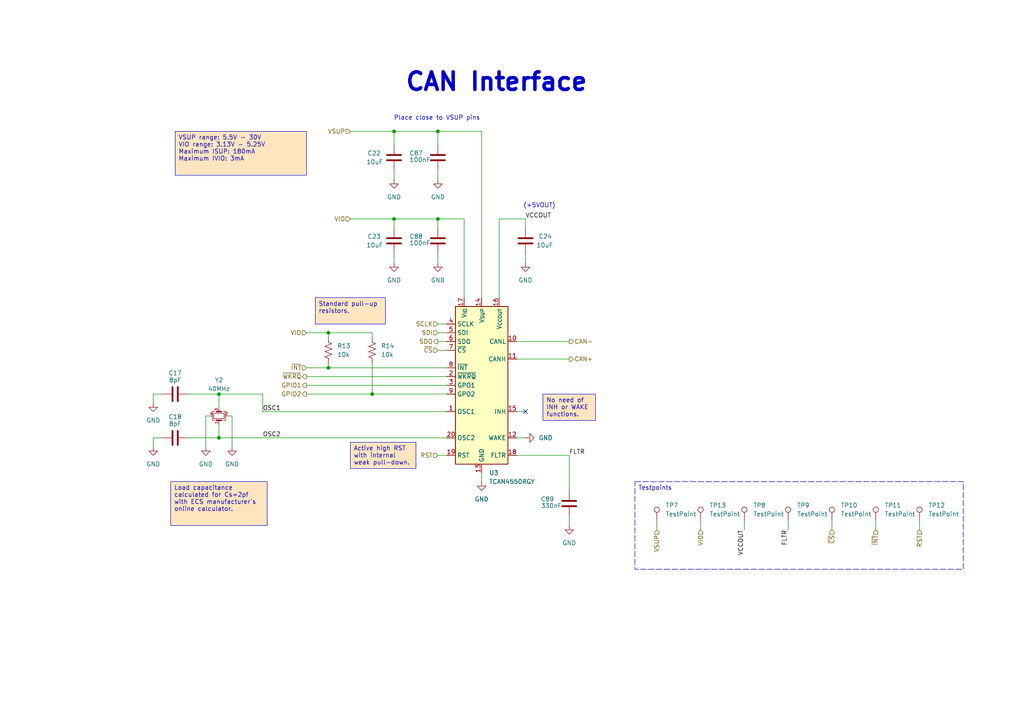
<source format=kicad_sch>
(kicad_sch (version 20250114) (generator "eeschema") (generator_version "9.0")
  (paper "A4")
  (title_block (title "LiDAR-CAN Interface") (date "2025-08-03") (rev "1") (company "Robot.com"))
  (lib_symbols
    (symbol "Connector:TestPoint" (pin_numbers (hide yes)) (pin_names (offset 0.762) (hide yes))
      (property "Reference" "TP" (at 0 6.858 0))
      (property "Value" "TestPoint" (at 0 5.08 0))
      (symbol "TestPoint_0_1"
        (circle (center 0 3.302) (radius 0.762))
      )
      (symbol "TestPoint_1_1"
        (pin passive line (at 0 0 90) (length 2.54) (name "1") (number "1"))
      )
    )
    (symbol "Device:Crystal_GND24_Small" (pin_names (offset 1.016) (hide yes))
      (property "Reference" "Y" (at 1.27 4.445 0))
      (property "Value" "Crystal_GND24_Small" (at 1.27 2.54 0))
      (symbol "Crystal_GND24_Small_0_1"
        (polyline (pts (xy -1.27 1.27) (xy -1.27 1.905) (xy 1.27 1.905) (xy 1.27 1.27)))
        (polyline (pts (xy -1.27 -0.762) (xy -1.27 0.762)) (stroke (width 0.381)))
        (polyline (pts (xy -1.27 -1.27) (xy -1.27 -1.905) (xy 1.27 -1.905) (xy 1.27 -1.27)))
        (rectangle (start -0.762 -1.524) (end 0.762 1.524))
        (polyline (pts (xy 1.27 -0.762) (xy 1.27 0.762)) (stroke (width 0.381)))
      )
      (symbol "Crystal_GND24_Small_1_1"
        (pin passive line (at -2.54 0 0) (length 1.27) (name "1") (number "1"))
        (pin passive line (at 0 2.54 270) (length 0.635) (name "4") (number "4"))
        (pin passive line (at 0 -2.54 90) (length 0.635) (name "2") (number "2"))
        (pin passive line (at 2.54 0 180) (length 1.27) (name "3") (number "3"))
      )
    )
    (symbol "Device:R_US" (pin_numbers (hide yes)) (pin_names (offset 0))
      (property "Reference" "R" (at 2.54 0 90))
      (property "Value" "R_US" (at -2.54 0 90))
      (symbol "R_US_0_1"
        (polyline (pts (xy 0 2.286) (xy 0 2.54)))
        (polyline (pts (xy 0 2.286) (xy 1.016 1.905) (xy 0 1.524) (xy -1.016 1.143) (xy 0 0.762)))
        (polyline (pts (xy 0 0.762) (xy 1.016 0.381) (xy 0 0) (xy -1.016 -0.381) (xy 0 -0.762)))
        (polyline (pts (xy 0 -0.762) (xy 1.016 -1.143) (xy 0 -1.524) (xy -1.016 -1.905) (xy 0 -2.286)))
        (polyline (pts (xy 0 -2.286) (xy 0 -2.54)))
      )
      (symbol "R_US_1_1"
        (pin passive line (at 0 3.81 270) (length 1.27) (name "~") (number "1"))
        (pin passive line (at 0 -3.81 90) (length 1.27) (name "~") (number "2"))
      )
    )
    (symbol "Interface_CAN_LIN:TCAN4550RGY"
      (property "Reference" "U" (at -7.874 -24.13 0))
      (property "Value" "TCAN4550RGY" (at 2.54 -24.13 0))
      (symbol "TCAN4550RGY_0_1"
        (rectangle (start -7.62 22.86) (end 7.62 -22.86) (stroke (width 0.254)) (fill (type background)))
      )
      (symbol "TCAN4550RGY_1_0"
        (pin output line (at -10.16 -2.54 0) (length 2.54) (name "GPO2") (number "9"))
        (pin output line (at -10.16 -15.24 0) (length 2.54) (name "OSC2") (number "20"))
        (pin input line (at -10.16 -20.32 0) (length 2.54) (name "RST") (number "19"))
        (pin power_out line (at -5.08 25.4 270) (length 2.54) (name "V_{IO}") (number "17"))
        (pin power_in line (at 0 25.4 270) (length 2.54) (name "V_{SUP}") (number "14"))
        (pin power_in line (at 0 -25.4 90) (length 2.54) (name "GND") (number "13"))
        (pin passive line (at 0 -25.4 90) (length 2.54) (hide yes) (name "GND") (number "21"))
        (pin power_out line (at 5.08 25.4 270) (length 2.54) (name "V_{CCOUT}") (number "16"))
        (pin bidirectional line (at 10.16 12.7 180) (length 2.54) (name "CANL") (number "10"))
        (pin bidirectional line (at 10.16 7.62 180) (length 2.54) (name "CANH") (number "11"))
        (pin output line (at 10.16 -7.62 180) (length 2.54) (name "INH") (number "15"))
        (pin input line (at 10.16 -15.24 180) (length 2.54) (name "WAKE") (number "12"))
        (pin output line (at 10.16 -20.32 180) (length 2.54) (name "FLTR") (number "18"))
      )
      (symbol "TCAN4550RGY_1_1"
        (pin input line (at -10.16 17.78 0) (length 2.54) (name "SCLK") (number "4"))
        (pin input line (at -10.16 15.24 0) (length 2.54) (name "SDI") (number "5"))
        (pin output line (at -10.16 12.7 0) (length 2.54) (name "SDO") (number "6"))
        (pin input line (at -10.16 10.16 0) (length 2.54) (name "~{CS}") (number "7"))
        (pin output line (at -10.16 5.08 0) (length 2.54) (name "~{INT}") (number "8"))
        (pin output line (at -10.16 2.54 0) (length 2.54) (name "~{WKRQ}") (number "2"))
        (pin output line (at -10.16 0 0) (length 2.54) (name "GPO1") (number "3"))
        (pin input line (at -10.16 -7.62 0) (length 2.54) (name "OSC1") (number "1"))
      )
    )
    (symbol "Symbols:CAP CER 0.1UF 50V X7R 0603" (pin_numbers (hide yes)) (pin_names (offset 0) (hide yes))
      (property "Reference" "C" (at 3.81 1.27 0))
      (property "Value" "100nF" (at 2.54 -1.27 0))
      (symbol "CAP CER 0.1UF 50V X7R 0603_0_1"
        (polyline (pts (xy -2.032 0.762) (xy 2.032 0.762)) (stroke (width 0.508)))
        (polyline (pts (xy -2.032 -0.762) (xy 2.032 -0.762)) (stroke (width 0.508)))
      )
      (symbol "CAP CER 0.1UF 50V X7R 0603_1_1"
        (pin passive line (at 0 3.81 270) (length 2.794) (name "~") (number "1"))
        (pin passive line (at 0 -3.81 90) (length 2.794) (name "~") (number "2"))
      )
    )
    (symbol "Symbols:CAP CER 10UF 25V X5R 0603" (pin_numbers (hide yes)) (pin_names (offset 0) (hide yes))
      (property "Reference" "C" (at 3.81 1.27 0))
      (property "Value" "10uF" (at 2.54 -1.27 0))
      (symbol "CAP CER 10UF 25V X5R 0603_0_1"
        (polyline (pts (xy -2.032 0.762) (xy 2.032 0.762)) (stroke (width 0.508)))
        (polyline (pts (xy -2.032 -0.762) (xy 2.032 -0.762)) (stroke (width 0.508)))
      )
      (symbol "CAP CER 10UF 25V X5R 0603_1_1"
        (pin passive line (at 0 3.81 270) (length 2.794) (name "~") (number "1"))
        (pin passive line (at 0 -3.81 90) (length 2.794) (name "~") (number "2"))
      )
    )
    (symbol "Symbols:CAP CER 22PF 50V X7R 0603" (pin_numbers (hide yes)) (pin_names (offset 0) (hide yes))
      (property "Reference" "C" (at 3.81 1.27 0))
      (property "Value" "22pF" (at 2.54 -1.27 0))
      (symbol "CAP CER 22PF 50V X7R 0603_0_1"
        (polyline (pts (xy -2.032 0.762) (xy 2.032 0.762)) (stroke (width 0.508)))
        (polyline (pts (xy -2.032 -0.762) (xy 2.032 -0.762)) (stroke (width 0.508)))
      )
      (symbol "CAP CER 22PF 50V X7R 0603_1_1"
        (pin passive line (at 0 3.81 270) (length 2.794) (name "~") (number "1"))
        (pin passive line (at 0 -3.81 90) (length 2.794) (name "~") (number "2"))
      )
    )
    (symbol "power:GND" (power) (pin_numbers (hide yes)) (pin_names (offset 0) (hide yes))
      (property "Value" "GND" (at 0 -3.81 0))
      (symbol "GND_0_1"
        (polyline (pts (xy 0 0) (xy 0 -1.27) (xy 1.27 -1.27) (xy 0 -2.54) (xy -1.27 -1.27) (xy 0 -1.27)))
      )
      (symbol "GND_1_1"
        (pin power_in line (at 0 0 270) (length 0) (name "~") (number "1"))
      )
    )
  )
  (text "CAN Interface" (at 144.018 23.876 0) (effects (font (size 5.08 5.08) (thickness 1.016) (bold yes))))
  (text "(+5VOUT)" (at 156.464 59.69 0) (effects (font (size 1.27 1.27))))
  (text "Place close to VSUP pins" (at 126.746 34.29 0) (effects (font (size 1.27 1.27))))
  (text_box "Testpoints" (at 184.15 139.7 0) (size 95.25 25.4) (margins 0.9525 0.9525 0.9525 0.9525) (stroke (width 0) (type dash)) (effects (font (size 1.27 1.27)) (justify left top)))
  (text_box "Standard pull-up resistors." (at 91.44 86.36 0) (size 20.32 7.62) (margins 0.9525 0.9525 0.9525 0.9525) (fill (type color) (color 255 229 191 1)) (effects (font (size 1.27 1.27)) (justify left top)))
  (text_box "VSUP range: 5.5V - 30V\nVIO range: 3.13V - 5.25V\nMaximum ISUP: 180mA\nMaximum IVIO: 3mA" (at 50.8 38.1 0) (size 38.1 12.7) (margins 0.9525 0.9525 0.9525 0.9525) (fill (type color) (color 255 229 191 1)) (effects (font (size 1.27 1.27)) (justify left top)))
  (text_box "Load capacitance calculated for Cs=2pf with ECS manufacturer's online calculator." (at 49.53 139.7 0) (size 27.94 12.7) (margins 0.9525 0.9525 0.9525 0.9525) (fill (type color) (color 255 229 191 1)) (effects (font (size 1.27 1.27)) (justify left top)))
  (text_box "No need of INH or WAKE functions." (at 157.48 114.3 0) (size 15.24 7.62) (margins 0.9525 0.9525 0.9525 0.9525) (fill (type color) (color 255 229 191 1)) (effects (font (size 1.27 1.27)) (justify left top)))
  (text_box "Active high RST with internal weak pull-down." (at 101.6 128.27 0) (size 19.05 7.62) (margins 0.9525 0.9525 0.9525 0.9525) (fill (type color) (color 255 229 191 1)) (effects (font (size 1.27 1.27)) (justify left top)))
  (junction (at 107.95 114.3))
  (junction (at 95.25 106.68))
  (junction (at 114.3 63.5))
  (junction (at 95.25 96.52))
  (junction (at 63.5 114.3))
  (junction (at 127 38.1))
  (junction (at 127 63.5))
  (junction (at 114.3 38.1))
  (junction (at 63.5 127))
  (no_connect (at 152.4 119.38))
  (wire (pts (xy 107.95 97.79) (xy 107.95 96.52)))
  (wire (pts (xy 44.45 114.3) (xy 44.45 116.84)))
  (wire (pts (xy 129.54 119.38) (xy 76.2 119.38)))
  (wire (pts (xy 241.3 151.13) (xy 241.3 153.67)))
  (wire (pts (xy 165.1 142.24) (xy 165.1 132.08)))
  (wire (pts (xy 67.31 120.65) (xy 66.04 120.65)))
  (wire (pts (xy 215.9 151.13) (xy 215.9 153.67)))
  (wire (pts (xy 127 96.52) (xy 129.54 96.52)))
  (wire (pts (xy 63.5 127) (xy 63.5 123.19)))
  (wire (pts (xy 127 93.98) (xy 129.54 93.98)))
  (wire (pts (xy 54.61 114.3) (xy 63.5 114.3)))
  (wire (pts (xy 95.25 96.52) (xy 95.25 97.79)))
  (wire (pts (xy 59.69 120.65) (xy 59.69 129.54)))
  (wire (pts (xy 54.61 127) (xy 63.5 127)))
  (wire (pts (xy 46.99 114.3) (xy 44.45 114.3)))
  (wire (pts (xy 149.86 119.38) (xy 152.4 119.38)))
  (wire (pts (xy 152.4 66.04) (xy 152.4 63.5)))
  (wire (pts (xy 149.86 127) (xy 152.4 127)))
  (wire (pts (xy 134.62 86.36) (xy 134.62 63.5)))
  (wire (pts (xy 149.86 99.06) (xy 165.1 99.06)))
  (wire (pts (xy 127 38.1) (xy 139.7 38.1)))
  (wire (pts (xy 127 63.5) (xy 127 66.04)))
  (wire (pts (xy 129.54 114.3) (xy 107.95 114.3)))
  (wire (pts (xy 88.9 111.76) (xy 129.54 111.76)))
  (wire (pts (xy 88.9 114.3) (xy 107.95 114.3)))
  (wire (pts (xy 127 99.06) (xy 129.54 99.06)))
  (wire (pts (xy 114.3 38.1) (xy 114.3 41.91)))
  (wire (pts (xy 139.7 137.16) (xy 139.7 139.7)))
  (wire (pts (xy 107.95 114.3) (xy 107.95 105.41)))
  (wire (pts (xy 127 63.5) (xy 134.62 63.5)))
  (wire (pts (xy 88.9 96.52) (xy 95.25 96.52)))
  (wire (pts (xy 114.3 38.1) (xy 127 38.1)))
  (wire (pts (xy 144.78 63.5) (xy 144.78 86.36)))
  (wire (pts (xy 107.95 96.52) (xy 95.25 96.52)))
  (wire (pts (xy 44.45 127) (xy 44.45 129.54)))
  (wire (pts (xy 165.1 132.08) (xy 149.86 132.08)))
  (wire (pts (xy 95.25 106.68) (xy 95.25 105.41)))
  (wire (pts (xy 88.9 106.68) (xy 95.25 106.68)))
  (wire (pts (xy 127 132.08) (xy 129.54 132.08)))
  (wire (pts (xy 139.7 38.1) (xy 139.7 86.36)))
  (wire (pts (xy 114.3 63.5) (xy 127 63.5)))
  (wire (pts (xy 152.4 63.5) (xy 144.78 63.5)))
  (wire (pts (xy 152.4 76.2) (xy 152.4 73.66)))
  (wire (pts (xy 190.5 151.13) (xy 190.5 153.67)))
  (wire (pts (xy 203.2 151.13) (xy 203.2 153.67)))
  (wire (pts (xy 63.5 127) (xy 129.54 127)))
  (wire (pts (xy 101.6 38.1) (xy 114.3 38.1)))
  (wire (pts (xy 254 151.13) (xy 254 153.67)))
  (wire (pts (xy 127 73.66) (xy 127 76.2)))
  (wire (pts (xy 60.96 120.65) (xy 59.69 120.65)))
  (wire (pts (xy 76.2 114.3) (xy 63.5 114.3)))
  (wire (pts (xy 114.3 49.53) (xy 114.3 52.07)))
  (wire (pts (xy 67.31 120.65) (xy 67.31 129.54)))
  (wire (pts (xy 76.2 119.38) (xy 76.2 114.3)))
  (wire (pts (xy 114.3 73.66) (xy 114.3 76.2)))
  (wire (pts (xy 127 49.53) (xy 127 52.07)))
  (wire (pts (xy 266.7 151.13) (xy 266.7 153.67)))
  (wire (pts (xy 101.6 63.5) (xy 114.3 63.5)))
  (wire (pts (xy 63.5 114.3) (xy 63.5 118.11)))
  (wire (pts (xy 149.86 104.14) (xy 165.1 104.14)))
  (wire (pts (xy 127 101.6) (xy 129.54 101.6)))
  (wire (pts (xy 88.9 109.22) (xy 129.54 109.22)))
  (wire (pts (xy 127 38.1) (xy 127 41.91)))
  (wire (pts (xy 114.3 63.5) (xy 114.3 66.04)))
  (wire (pts (xy 228.6 151.13) (xy 228.6 153.67)))
  (wire (pts (xy 129.54 106.68) (xy 95.25 106.68)))
  (wire (pts (xy 165.1 152.4) (xy 165.1 149.86)))
  (wire (pts (xy 46.99 127) (xy 44.45 127)))
  (label "OSC1" (at 76.2 119.38 0))
  (label "FLTR" (at 165.1 132.08 0))
  (label "VCCOUT" (at 215.9 153.67 270))
  (label "OSC2" (at 76.2 127 0))
  (label "FLTR" (at 228.6 153.67 270))
  (label "VCCOUT" (at 152.4 63.5 0))
  (hierarchical_label "~{CS}" (shape input) (at 127 101.6 180))
  (hierarchical_label "~{INT}" (shape input) (at 88.9 106.68 180))
  (hierarchical_label "SDI" (shape input) (at 127 96.52 180))
  (hierarchical_label "VIO" (shape input) (at 88.9 96.52 180))
  (hierarchical_label "VIO" (shape input) (at 101.6 63.5 180))
  (hierarchical_label "CAN-" (shape output) (at 165.1 99.06 0))
  (hierarchical_label "VIO" (shape input) (at 203.2 153.67 270))
  (hierarchical_label "~{WKRQ}" (shape output) (at 88.9 109.22 180))
  (hierarchical_label "VSUP" (shape input) (at 101.6 38.1 180))
  (hierarchical_label "RST" (shape input) (at 266.7 153.67 270))
  (hierarchical_label "CAN+" (shape output) (at 165.1 104.14 0))
  (hierarchical_label "~{INT}" (shape input) (at 254 153.67 270))
  (hierarchical_label "RST" (shape input) (at 127 132.08 180))
  (hierarchical_label "GPIO1" (shape output) (at 88.9 111.76 180))
  (hierarchical_label "VSUP" (shape input) (at 190.5 153.67 270))
  (hierarchical_label "GPIO2" (shape output) (at 88.9 114.3 180))
  (hierarchical_label "SCLK" (shape input) (at 127 93.98 180))
  (hierarchical_label "~{CS}" (shape input) (at 241.3 153.67 270))
  (hierarchical_label "SDO" (shape output) (at 127 99.06 180))
  (symbol (lib_id "power:GND") (at 127 76.2 0) (unit 1)
    (property "Reference" "#PWR023" (effects (hide yes)))
    (property "Value" "GND" (at 127 81.28 0))
    (property "Description" "Power symbol creates a global label with name \"GND\" , ground" (effects (hide yes)))
  )
  (symbol (lib_id "power:GND") (at 44.45 129.54 0) (unit 1)
    (property "Reference" "#PWR032" (effects (hide yes)))
    (property "Value" "GND" (at 44.45 134.62 0))
    (property "Description" "Power symbol creates a global label with name \"GND\" , ground" (effects (hide yes)))
  )
  (symbol (lib_id "Symbols:CAP CER 10UF 25V X5R 0603") (at 152.4 69.85 0) (mirror y) (unit 1)
    (property "Reference" "C24" (at 156.21 68.5799 0) (effects (justify right)))
    (property "Value" "10uF" (at 155.575 71.12 0) (effects (justify right)))
    (property "Footprint" "Capacitor_SMD:C_0603_1608Metric" (effects (hide yes)))
    (property "Datasheet" "https://datasheets.kyocera-avx.com/cx5r-KGM.pdf" (effects (hide yes)))
    (property "Description" "10 µF ±10% 25V Ceramic Capacitor X5R 0603 (1608 Metric)" (effects (hide yes)))
    (property "Vendor" "KYOCERA AVX" (effects (hide yes)))
    (property "MPN" "KGM15CR51E106KT" (effects (hide yes)))
    (property "Manufacturer" "KYOCERA AVX" (effects (hide yes)))
  )
  (symbol (lib_id "Connector:TestPoint") (at 228.6 151.13 0) (unit 1) (in_bom no) (on_board no)
    (property "Reference" "TP9" (at 231.14 146.5579 0) (effects (justify left)))
    (property "Value" "TestPoint" (at 231.14 149.0979 0) (effects (justify left)))
    (property "Footprint" "TestPoint:TestPoint_Pad_D1.5mm" (effects (hide yes)))
    (property "Description" "test point" (effects (hide yes)))
  )
  (symbol (lib_id "power:GND") (at 165.1 152.4 0) (unit 1)
    (property "Reference" "#PWR025" (effects (hide yes)))
    (property "Value" "GND" (at 165.1 157.48 0))
    (property "Description" "Power symbol creates a global label with name \"GND\" , ground" (effects (hide yes)))
  )
  (symbol (lib_id "Interface_CAN_LIN:TCAN4550RGY") (at 139.7 111.76 0) (unit 1)
    (property "Reference" "U3" (at 141.8433 137.16 0) (effects (justify left)))
    (property "Value" "TCAN4550RGY" (at 141.8433 139.7 0) (effects (justify left)))
    (property "Footprint" "Package_DFN_QFN:Texas_RGY_R-PVQFN-N20_EP2.05x3.05mm" (effects (hide yes)))
    (property "Datasheet" "https://www.ti.com/general/docs/suppproductinfo.tsp?distId=10&gotoUrl=https%3A%2F%2Fwww.ti.com%2Flit%2Fgpn%2Ftcan4550-q1" (effects (hide yes)))
    (property "Description" "IC CAN FD CONTROLLER 20-VQFN" (effects (hide yes)))
    (property "Manufacturer" "Texas Instruments" (effects (hide yes)))
    (property "MPN" "TCAN4550RGYRQ1" (effects (hide yes)))
  )
  (symbol (lib_id "power:GND") (at 152.4 76.2 0) (unit 1)
    (property "Reference" "#PWR024" (effects (hide yes)))
    (property "Value" "GND" (at 152.4 81.28 0))
    (property "Description" "Power symbol creates a global label with name \"GND\" , ground" (effects (hide yes)))
  )
  (symbol (lib_id "power:GND") (at 152.4 127 90) (unit 1)
    (property "Reference" "#PWR026" (effects (hide yes)))
    (property "Value" "GND" (at 156.21 126.9999 90) (effects (justify right)))
    (property "Description" "Power symbol creates a global label with name \"GND\" , ground" (effects (hide yes)))
  )
  (symbol (lib_id "Symbols:CAP CER 22PF 50V X7R 0603") (at 50.8 127 90) (mirror x) (unit 1)
    (property "Reference" "C18" (at 50.8 120.904 90))
    (property "Value" "8pF" (at 50.8 122.936 90))
    (property "Footprint" "Capacitor_SMD:C_0603_1608Metric" (effects (hide yes)))
    (property "Datasheet" "https://www.yageo.com/en/Chart/Download/pdf/CC0603DRNPO9BN8R0" (effects (hide yes)))
    (property "Description" "CAP CER 8PF 50V C0G/NPO 0603" (effects (hide yes)))
    (property "Manufacturer" "YAGEO" (effects (hide yes)))
    (property "MPN" "CC0603DRNPO9BN8R0" (effects (hide yes)))
  )
  (symbol (lib_id "Symbols:CAP CER 10UF 25V X5R 0603") (at 114.3 45.72 0) (unit 1)
    (property "Reference" "C22" (at 110.49 44.4499 0) (effects (justify right)))
    (property "Value" "10uF" (at 111.125 46.99 0) (effects (justify right)))
    (property "Footprint" "Capacitor_SMD:C_0603_1608Metric" (effects (hide yes)))
    (property "Datasheet" "https://datasheets.kyocera-avx.com/cx5r-KGM.pdf" (effects (hide yes)))
    (property "Description" "10 µF ±10% 25V Ceramic Capacitor X5R 0603 (1608 Metric)" (effects (hide yes)))
    (property "Vendor" "KYOCERA AVX" (effects (hide yes)))
    (property "MPN" "KGM15CR51E106KT" (effects (hide yes)))
    (property "Manufacturer" "KYOCERA AVX" (effects (hide yes)))
  )
  (symbol (lib_id "Symbols:CAP CER 0.1UF 50V X7R 0603") (at 165.1 146.05 180) (unit 1)
    (property "Reference" "C89" (at 156.845 144.78 0) (effects (justify right)))
    (property "Value" "330nF" (at 156.845 146.685 0) (effects (justify right)))
    (property "Footprint" "Capacitor_SMD:C_0603_1608Metric" (effects (hide yes)))
    (property "Datasheet" "https://datasheets.kyocera-avx.com/KGM_X7R.pdf" (effects (hide yes)))
    (property "Description" "CAP CER 0.33UF 50V X7R 0603" (effects (hide yes)))
    (property "Manufacturer" "KYOCERA AVX" (effects (hide yes)))
    (property "MPN" "KGM15BR71H334KT" (effects (hide yes)))
  )
  (symbol (lib_id "Symbols:CAP CER 0.1UF 50V X7R 0603") (at 127 45.72 180) (unit 1)
    (property "Reference" "C87" (at 118.745 44.45 0) (effects (justify right)))
    (property "Value" "100nF" (at 118.745 46.355 0) (effects (justify right)))
    (property "Footprint" "Capacitor_SMD:C_0603_1608Metric" (effects (hide yes)))
    (property "Datasheet" "https://datasheets.kyocera-avx.com/KGM_X7R.pdf" (effects (hide yes)))
    (property "Description" "0.1 µF ±10% 50V Ceramic Capacitor X7R 0603 (1608 Metric)" (effects (hide yes)))
    (property "Vendor" "KYOCERA AVX" (effects (hide yes)))
    (property "MPN" "KGM15BR71H104KM" (effects (hide yes)))
    (property "Manufacturer" "KYOCERA AVX" (effects (hide yes)))
  )
  (symbol (lib_id "Device:R_US") (at 107.95 101.6 0) (unit 1)
    (property "Reference" "R14" (at 110.49 100.3299 0) (effects (justify left)))
    (property "Value" "10k" (at 110.49 102.8699 0) (effects (justify left)))
    (property "Footprint" "Resistor_SMD:R_0603_1608Metric" (effects (hide yes)))
    (property "Datasheet" "https://www.yageo.com/upload/media/product/products/datasheet/rchip/PYu-RC_Group_51_RoHS_L_12.pdf" (effects (hide yes)))
    (property "Description" "RES 10K OHM 5% 1/10W 0603" (effects (hide yes)))
    (property "SPN" "311-10KGRCT-ND" (effects (hide yes)))
    (property "MPN" "RC0603JR-0710KL" (effects (hide yes)))
    (property "Manufacturer" "YAGEO" (effects (hide yes)))
  )
  (symbol (lib_id "Symbols:CAP CER 22PF 50V X7R 0603") (at 50.8 114.3 90) (mirror x) (unit 1)
    (property "Reference" "C17" (at 50.8 108.204 90))
    (property "Value" "8pF" (at 50.8 110.236 90))
    (property "Footprint" "Capacitor_SMD:C_0603_1608Metric" (effects (hide yes)))
    (property "Datasheet" "https://www.yageo.com/en/Chart/Download/pdf/CC0603DRNPO9BN8R0" (effects (hide yes)))
    (property "Description" "CAP CER 8PF 50V C0G/NPO 0603" (effects (hide yes)))
    (property "Manufacturer" "YAGEO" (effects (hide yes)))
    (property "MPN" "CC0603DRNPO9BN8R0" (effects (hide yes)))
  )
  (symbol (lib_id "power:GND") (at 139.7 139.7 0) (unit 1)
    (property "Reference" "#PWR022" (effects (hide yes)))
    (property "Value" "GND" (at 139.7 144.78 0))
    (property "Description" "Power symbol creates a global label with name \"GND\" , ground" (effects (hide yes)))
  )
  (symbol (lib_id "power:GND") (at 127 52.07 0) (unit 1)
    (property "Reference" "#PWR020" (effects (hide yes)))
    (property "Value" "GND" (at 127 57.15 0))
    (property "Description" "Power symbol creates a global label with name \"GND\" , ground" (effects (hide yes)))
  )
  (symbol (lib_id "Connector:TestPoint") (at 190.5 151.13 0) (unit 1) (in_bom no) (on_board no)
    (property "Reference" "TP7" (at 193.04 146.5579 0) (effects (justify left)))
    (property "Value" "TestPoint" (at 193.04 149.0979 0) (effects (justify left)))
    (property "Footprint" "TestPoint:TestPoint_Pad_D1.5mm" (effects (hide yes)))
    (property "Description" "test point" (effects (hide yes)))
  )
  (symbol (lib_id "Device:Crystal_GND24_Small") (at 63.5 120.65 90) (unit 1)
    (property "Reference" "Y2" (at 63.5 110.236 90))
    (property "Value" "40MHz" (at 63.5 112.776 90))
    (property "Footprint" "Crystal:Crystal_SMD_2016-4Pin_2.0x1.6mm" (effects (hide yes)))
    (property "Datasheet" "https://www.ecsxtal.com/store/pdf/ECX-1637Q.pdf" (effects (hide yes)))
    (property "Description" "CRYSTAL 40.000 MHZ 6PF SMD" (effects (hide yes)))
    (property "Manufacturer" "ECS Inc." (effects (hide yes)))
    (property "MPN" "ECS-400-6-37Q-RES-TR" (effects (hide yes)))
  )
  (symbol (lib_id "power:GND") (at 44.45 116.84 0) (unit 1)
    (property "Reference" "#PWR031" (effects (hide yes)))
    (property "Value" "GND" (at 44.45 121.92 0))
    (property "Description" "Power symbol creates a global label with name \"GND\" , ground" (effects (hide yes)))
  )
  (symbol (lib_id "power:GND") (at 114.3 52.07 0) (unit 1)
    (property "Reference" "#PWR019" (effects (hide yes)))
    (property "Value" "GND" (at 114.3 57.15 0))
    (property "Description" "Power symbol creates a global label with name \"GND\" , ground" (effects (hide yes)))
  )
  (symbol (lib_id "Connector:TestPoint") (at 241.3 151.13 0) (unit 1) (in_bom no) (on_board no)
    (property "Reference" "TP10" (at 243.84 146.5579 0) (effects (justify left)))
    (property "Value" "TestPoint" (at 243.84 149.0979 0) (effects (justify left)))
    (property "Footprint" "TestPoint:TestPoint_Pad_D1.5mm" (effects (hide yes)))
    (property "Description" "test point" (effects (hide yes)))
  )
  (symbol (lib_id "Device:R_US") (at 95.25 101.6 0) (unit 1)
    (property "Reference" "R13" (at 97.79 100.3299 0) (effects (justify left)))
    (property "Value" "10k" (at 97.79 102.8699 0) (effects (justify left)))
    (property "Footprint" "Resistor_SMD:R_0603_1608Metric" (effects (hide yes)))
    (property "Datasheet" "https://www.yageo.com/upload/media/product/products/datasheet/rchip/PYu-RC_Group_51_RoHS_L_12.pdf" (effects (hide yes)))
    (property "Description" "RES 10K OHM 5% 1/10W 0603" (effects (hide yes)))
    (property "SPN" "311-10KGRCT-ND" (effects (hide yes)))
    (property "MPN" "RC0603JR-0710KL" (effects (hide yes)))
    (property "Manufacturer" "YAGEO" (effects (hide yes)))
  )
  (symbol (lib_id "Connector:TestPoint") (at 254 151.13 0) (unit 1) (in_bom no) (on_board no)
    (property "Reference" "TP11" (at 256.54 146.5579 0) (effects (justify left)))
    (property "Value" "TestPoint" (at 256.54 149.0979 0) (effects (justify left)))
    (property "Footprint" "TestPoint:TestPoint_Pad_D1.5mm" (effects (hide yes)))
    (property "Description" "test point" (effects (hide yes)))
  )
  (symbol (lib_id "Connector:TestPoint") (at 266.7 151.13 0) (unit 1) (in_bom no) (on_board no)
    (property "Reference" "TP12" (at 269.24 146.5579 0) (effects (justify left)))
    (property "Value" "TestPoint" (at 269.24 149.0979 0) (effects (justify left)))
    (property "Footprint" "TestPoint:TestPoint_Pad_D1.5mm" (effects (hide yes)))
    (property "Description" "test point" (effects (hide yes)))
  )
  (symbol (lib_id "Symbols:CAP CER 10UF 25V X5R 0603") (at 114.3 69.85 0) (unit 1)
    (property "Reference" "C23" (at 110.49 68.5799 0) (effects (justify right)))
    (property "Value" "10uF" (at 111.125 71.12 0) (effects (justify right)))
    (property "Footprint" "Capacitor_SMD:C_0603_1608Metric" (effects (hide yes)))
    (property "Datasheet" "https://datasheets.kyocera-avx.com/cx5r-KGM.pdf" (effects (hide yes)))
    (property "Description" "10 µF ±10% 25V Ceramic Capacitor X5R 0603 (1608 Metric)" (effects (hide yes)))
    (property "Vendor" "KYOCERA AVX" (effects (hide yes)))
    (property "MPN" "KGM15CR51E106KT" (effects (hide yes)))
    (property "Manufacturer" "KYOCERA AVX" (effects (hide yes)))
  )
  (symbol (lib_id "Connector:TestPoint") (at 203.2 151.13 0) (unit 1) (in_bom no) (on_board no)
    (property "Reference" "TP13" (at 205.74 146.5579 0) (effects (justify left)))
    (property "Value" "TestPoint" (at 205.74 149.0979 0) (effects (justify left)))
    (property "Footprint" "TestPoint:TestPoint_Pad_D1.5mm" (effects (hide yes)))
    (property "Description" "test point" (effects (hide yes)))
  )
  (symbol (lib_id "power:GND") (at 114.3 76.2 0) (unit 1)
    (property "Reference" "#PWR021" (effects (hide yes)))
    (property "Value" "GND" (at 114.3 81.28 0))
    (property "Description" "Power symbol creates a global label with name \"GND\" , ground" (effects (hide yes)))
  )
  (symbol (lib_id "Symbols:CAP CER 0.1UF 50V X7R 0603") (at 127 69.85 180) (unit 1)
    (property "Reference" "C88" (at 118.745 68.58 0) (effects (justify right)))
    (property "Value" "100nF" (at 118.745 70.485 0) (effects (justify right)))
    (property "Footprint" "Capacitor_SMD:C_0603_1608Metric" (effects (hide yes)))
    (property "Datasheet" "https://datasheets.kyocera-avx.com/KGM_X7R.pdf" (effects (hide yes)))
    (property "Description" "0.1 µF ±10% 50V Ceramic Capacitor X7R 0603 (1608 Metric)" (effects (hide yes)))
    (property "Vendor" "KYOCERA AVX" (effects (hide yes)))
    (property "MPN" "KGM15BR71H104KM" (effects (hide yes)))
    (property "Manufacturer" "KYOCERA AVX" (effects (hide yes)))
  )
  (symbol (lib_id "power:GND") (at 67.31 129.54 0) (unit 1)
    (property "Reference" "#PWR034" (effects (hide yes)))
    (property "Value" "GND" (at 67.31 134.62 0))
    (property "Description" "Power symbol creates a global label with name \"GND\" , ground" (effects (hide yes)))
  )
  (symbol (lib_id "power:GND") (at 59.69 129.54 0) (unit 1)
    (property "Reference" "#PWR033" (effects (hide yes)))
    (property "Value" "GND" (at 59.69 134.62 0))
    (property "Description" "Power symbol creates a global label with name \"GND\" , ground" (effects (hide yes)))
  )
  (symbol (lib_id "Connector:TestPoint") (at 215.9 151.13 0) (unit 1) (in_bom no) (on_board no)
    (property "Reference" "TP8" (at 218.44 146.5579 0) (effects (justify left)))
    (property "Value" "TestPoint" (at 218.44 149.0979 0) (effects (justify left)))
    (property "Footprint" "TestPoint:TestPoint_Pad_D1.5mm" (effects (hide yes)))
    (property "Description" "test point" (effects (hide yes)))
  )
)
</source>
